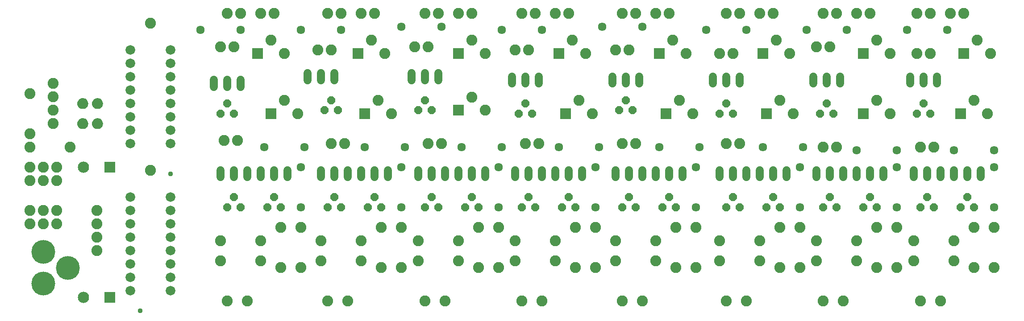
<source format=gbs>
G75*
%MOIN*%
%OFA0B0*%
%FSLAX25Y25*%
%IPPOS*%
%LPD*%
%AMOC8*
5,1,8,0,0,1.08239X$1,22.5*
%
%ADD10C,0.17800*%
%ADD11C,0.08400*%
%ADD12R,0.08400X0.08400*%
%ADD13C,0.00500*%
%ADD14C,0.08200*%
%ADD15C,0.07200*%
%ADD16C,0.06000*%
%ADD17OC8,0.06000*%
%ADD18C,0.06343*%
%ADD19R,0.08200X0.08200*%
%ADD20C,0.03778*%
D10*
X0021300Y0041615D03*
X0039804Y0053426D03*
X0021300Y0065237D03*
D11*
X0051457Y0031300D03*
X0051457Y0128800D03*
D12*
X0071143Y0128800D03*
X0071143Y0031300D03*
D13*
X0061800Y0157570D02*
X0062521Y0157633D01*
X0063215Y0157835D01*
X0063857Y0158169D01*
X0064421Y0158622D01*
X0064886Y0159176D01*
X0065234Y0159810D01*
X0065452Y0160500D01*
X0065530Y0161220D01*
X0065482Y0161880D01*
X0065320Y0162521D01*
X0065049Y0163125D01*
X0064678Y0163672D01*
X0064217Y0164147D01*
X0063680Y0164534D01*
X0063085Y0164822D01*
X0062448Y0165003D01*
X0061790Y0165070D01*
X0061132Y0165005D01*
X0060495Y0164826D01*
X0059899Y0164539D01*
X0059361Y0164153D01*
X0058899Y0163680D01*
X0058526Y0163134D01*
X0058254Y0162531D01*
X0058090Y0161890D01*
X0058041Y0161230D01*
X0058122Y0160507D01*
X0058342Y0159814D01*
X0058693Y0159177D01*
X0059162Y0158621D01*
X0059731Y0158167D01*
X0060377Y0157833D01*
X0061075Y0157631D01*
X0061800Y0157570D01*
X0063268Y0157862D02*
X0060320Y0157862D01*
X0059488Y0158361D02*
X0064096Y0158361D01*
X0064621Y0158859D02*
X0058961Y0158859D01*
X0058594Y0159358D02*
X0064986Y0159358D01*
X0065249Y0159856D02*
X0058328Y0159856D01*
X0058170Y0160355D02*
X0065406Y0160355D01*
X0065490Y0160853D02*
X0058083Y0160853D01*
X0058050Y0161352D02*
X0065521Y0161352D01*
X0065484Y0161850D02*
X0058087Y0161850D01*
X0058207Y0162349D02*
X0065364Y0162349D01*
X0065174Y0162847D02*
X0058397Y0162847D01*
X0058671Y0163346D02*
X0064899Y0163346D01*
X0064510Y0163844D02*
X0059060Y0163844D01*
X0059626Y0164343D02*
X0063945Y0164343D01*
X0063017Y0164841D02*
X0060551Y0164841D01*
X0054300Y0162521D02*
X0054462Y0161880D01*
X0054510Y0161220D01*
X0054432Y0160500D01*
X0054214Y0159810D01*
X0053866Y0159176D01*
X0053401Y0158622D01*
X0052837Y0158169D01*
X0052195Y0157835D01*
X0051501Y0157633D01*
X0050780Y0157570D01*
X0050055Y0157631D01*
X0049356Y0157833D01*
X0048710Y0158167D01*
X0048142Y0158621D01*
X0047673Y0159177D01*
X0047322Y0159814D01*
X0047101Y0160507D01*
X0047020Y0161230D01*
X0047070Y0161890D01*
X0047234Y0162531D01*
X0047506Y0163134D01*
X0047879Y0163680D01*
X0048341Y0164153D01*
X0048879Y0164539D01*
X0049475Y0164826D01*
X0050112Y0165005D01*
X0050770Y0165070D01*
X0051428Y0165003D01*
X0052065Y0164822D01*
X0052660Y0164534D01*
X0053197Y0164147D01*
X0053658Y0163672D01*
X0054029Y0163125D01*
X0054300Y0162521D01*
X0054344Y0162349D02*
X0047187Y0162349D01*
X0047067Y0161850D02*
X0054464Y0161850D01*
X0054501Y0161352D02*
X0047030Y0161352D01*
X0047063Y0160853D02*
X0054470Y0160853D01*
X0054386Y0160355D02*
X0047150Y0160355D01*
X0047308Y0159856D02*
X0054229Y0159856D01*
X0053966Y0159358D02*
X0047574Y0159358D01*
X0047941Y0158859D02*
X0053600Y0158859D01*
X0053076Y0158361D02*
X0048468Y0158361D01*
X0049300Y0157862D02*
X0052248Y0157862D01*
X0054154Y0162847D02*
X0047377Y0162847D01*
X0047651Y0163346D02*
X0053879Y0163346D01*
X0053490Y0163844D02*
X0048040Y0163844D01*
X0048605Y0164343D02*
X0052925Y0164343D01*
X0051997Y0164841D02*
X0049531Y0164841D01*
X0050055Y0172631D02*
X0049356Y0172833D01*
X0048710Y0173167D01*
X0048142Y0173621D01*
X0047673Y0174177D01*
X0047322Y0174814D01*
X0047101Y0175507D01*
X0047020Y0176230D01*
X0047070Y0176890D01*
X0047234Y0177531D01*
X0047506Y0178134D01*
X0047879Y0178680D01*
X0048341Y0179153D01*
X0048879Y0179539D01*
X0049475Y0179826D01*
X0050112Y0180005D01*
X0050770Y0180070D01*
X0051428Y0180003D01*
X0052065Y0179822D01*
X0052660Y0179534D01*
X0053197Y0179147D01*
X0053658Y0178672D01*
X0054029Y0178125D01*
X0054300Y0177521D01*
X0054462Y0176880D01*
X0054510Y0176220D01*
X0054432Y0175500D01*
X0054214Y0174810D01*
X0053866Y0174176D01*
X0053401Y0173622D01*
X0052837Y0173169D01*
X0052195Y0172835D01*
X0051501Y0172633D01*
X0050780Y0172570D01*
X0050055Y0172631D01*
X0049410Y0172818D02*
X0052136Y0172818D01*
X0053020Y0173316D02*
X0048524Y0173316D01*
X0047979Y0173815D02*
X0053563Y0173815D01*
X0053941Y0174313D02*
X0047598Y0174313D01*
X0047323Y0174812D02*
X0054215Y0174812D01*
X0054372Y0175310D02*
X0047164Y0175310D01*
X0047068Y0175809D02*
X0054465Y0175809D01*
X0054504Y0176307D02*
X0047026Y0176307D01*
X0047064Y0176806D02*
X0054468Y0176806D01*
X0054355Y0177304D02*
X0047176Y0177304D01*
X0047357Y0177803D02*
X0054174Y0177803D01*
X0053909Y0178301D02*
X0047621Y0178301D01*
X0047996Y0178800D02*
X0053534Y0178800D01*
X0052987Y0179298D02*
X0048543Y0179298D01*
X0049414Y0179797D02*
X0052118Y0179797D01*
X0058254Y0177531D02*
X0058526Y0178134D01*
X0058899Y0178680D01*
X0059361Y0179153D01*
X0059899Y0179539D01*
X0060495Y0179826D01*
X0061132Y0180005D01*
X0061790Y0180070D01*
X0062448Y0180003D01*
X0063085Y0179822D01*
X0063680Y0179534D01*
X0064217Y0179147D01*
X0064678Y0178672D01*
X0065049Y0178125D01*
X0065320Y0177521D01*
X0065482Y0176880D01*
X0065530Y0176220D01*
X0065452Y0175500D01*
X0065234Y0174810D01*
X0064886Y0174176D01*
X0064421Y0173622D01*
X0063857Y0173169D01*
X0063215Y0172835D01*
X0062521Y0172633D01*
X0061800Y0172570D01*
X0061075Y0172631D01*
X0060377Y0172833D01*
X0059731Y0173167D01*
X0059162Y0173621D01*
X0058693Y0174177D01*
X0058342Y0174814D01*
X0058122Y0175507D01*
X0058041Y0176230D01*
X0058090Y0176890D01*
X0058254Y0177531D01*
X0058196Y0177304D02*
X0065375Y0177304D01*
X0065488Y0176806D02*
X0058084Y0176806D01*
X0058046Y0176307D02*
X0065524Y0176307D01*
X0065485Y0175809D02*
X0058088Y0175809D01*
X0058184Y0175310D02*
X0065392Y0175310D01*
X0065235Y0174812D02*
X0058343Y0174812D01*
X0058618Y0174313D02*
X0064962Y0174313D01*
X0064583Y0173815D02*
X0058999Y0173815D01*
X0059544Y0173316D02*
X0064040Y0173316D01*
X0063156Y0172818D02*
X0060430Y0172818D01*
X0058377Y0177803D02*
X0065194Y0177803D01*
X0064930Y0178301D02*
X0058641Y0178301D01*
X0059016Y0178800D02*
X0064554Y0178800D01*
X0064007Y0179298D02*
X0059563Y0179298D01*
X0060435Y0179797D02*
X0063138Y0179797D01*
D14*
X0028800Y0181300D03*
X0011300Y0183800D03*
X0028800Y0191300D03*
X0028800Y0171300D03*
X0028800Y0161300D03*
X0011300Y0153800D03*
X0011300Y0143800D03*
X0041300Y0143800D03*
X0031300Y0128800D03*
X0021300Y0128800D03*
X0011300Y0128800D03*
X0011300Y0118800D03*
X0021300Y0118800D03*
X0031300Y0118800D03*
X0031300Y0096300D03*
X0021300Y0096300D03*
X0011300Y0096300D03*
X0011300Y0086300D03*
X0021300Y0086300D03*
X0031300Y0086300D03*
X0061300Y0086300D03*
X0061300Y0076300D03*
X0061300Y0066300D03*
X0061300Y0096300D03*
X0101300Y0126300D03*
X0156300Y0148800D03*
X0166300Y0148800D03*
X0211300Y0168741D03*
X0201300Y0178583D03*
X0271300Y0178583D03*
X0281300Y0168741D03*
X0341300Y0181083D03*
X0351300Y0171241D03*
X0421300Y0178583D03*
X0431300Y0168741D03*
X0453800Y0146300D03*
X0463800Y0146300D03*
X0506300Y0168741D03*
X0496300Y0178583D03*
X0571300Y0178583D03*
X0581300Y0168741D03*
X0643800Y0178583D03*
X0653800Y0168741D03*
X0716300Y0178583D03*
X0726300Y0168741D03*
X0686300Y0143800D03*
X0676300Y0143800D03*
X0613800Y0143800D03*
X0603800Y0143800D03*
X0541300Y0146300D03*
X0531300Y0146300D03*
X0391300Y0146300D03*
X0381300Y0146300D03*
X0318800Y0146300D03*
X0308800Y0146300D03*
X0246300Y0146300D03*
X0236300Y0146300D03*
X0213800Y0083800D03*
X0198800Y0083800D03*
X0183800Y0073800D03*
X0153800Y0073800D03*
X0153800Y0058800D03*
X0183800Y0058800D03*
X0198800Y0053800D03*
X0213800Y0053800D03*
X0228800Y0058800D03*
X0258800Y0058800D03*
X0273800Y0053800D03*
X0288800Y0053800D03*
X0301300Y0058800D03*
X0331300Y0058800D03*
X0346300Y0053800D03*
X0361300Y0053800D03*
X0373800Y0058800D03*
X0403800Y0058800D03*
X0418800Y0053800D03*
X0433800Y0053800D03*
X0448800Y0058800D03*
X0478800Y0058800D03*
X0493800Y0053800D03*
X0508800Y0053800D03*
X0526300Y0058800D03*
X0556300Y0058800D03*
X0571300Y0053800D03*
X0586300Y0053800D03*
X0598800Y0058800D03*
X0628800Y0058800D03*
X0643800Y0053800D03*
X0658800Y0053800D03*
X0671300Y0058800D03*
X0701300Y0058800D03*
X0716300Y0053800D03*
X0731300Y0053800D03*
X0701300Y0073800D03*
X0716300Y0083800D03*
X0731300Y0083800D03*
X0671300Y0073800D03*
X0658800Y0083800D03*
X0643800Y0083800D03*
X0628800Y0073800D03*
X0598800Y0073800D03*
X0586300Y0083800D03*
X0571300Y0083800D03*
X0556300Y0073800D03*
X0526300Y0073800D03*
X0508800Y0083800D03*
X0493800Y0083800D03*
X0478800Y0073800D03*
X0448800Y0073800D03*
X0433800Y0083800D03*
X0418800Y0083800D03*
X0403800Y0073800D03*
X0373800Y0073800D03*
X0361300Y0083800D03*
X0346300Y0083800D03*
X0331300Y0073800D03*
X0301300Y0073800D03*
X0288800Y0083800D03*
X0273800Y0083800D03*
X0258800Y0073800D03*
X0228800Y0073800D03*
X0233800Y0028800D03*
X0248800Y0028800D03*
X0306300Y0028800D03*
X0321300Y0028800D03*
X0378800Y0028800D03*
X0393800Y0028800D03*
X0453800Y0028800D03*
X0468800Y0028800D03*
X0531300Y0028800D03*
X0546300Y0028800D03*
X0603800Y0028800D03*
X0618800Y0028800D03*
X0676300Y0028800D03*
X0691300Y0028800D03*
X0173800Y0028800D03*
X0158800Y0028800D03*
X0201300Y0213741D03*
X0226300Y0216300D03*
X0236300Y0216300D03*
X0266300Y0223583D03*
X0276300Y0213741D03*
X0298800Y0218800D03*
X0308800Y0218800D03*
X0341300Y0223583D03*
X0351300Y0213741D03*
X0373800Y0216300D03*
X0383800Y0216300D03*
X0416300Y0223583D03*
X0426300Y0213741D03*
X0448800Y0216300D03*
X0458800Y0216300D03*
X0491300Y0223583D03*
X0501300Y0213741D03*
X0526300Y0213800D03*
X0536300Y0213800D03*
X0568800Y0223583D03*
X0578800Y0213741D03*
X0598800Y0218800D03*
X0608800Y0218800D03*
X0643800Y0223583D03*
X0653800Y0213741D03*
X0673800Y0213800D03*
X0683800Y0213800D03*
X0718800Y0223583D03*
X0728800Y0213741D03*
X0708800Y0243800D03*
X0698800Y0243800D03*
X0683800Y0243800D03*
X0673800Y0243800D03*
X0638800Y0243800D03*
X0628800Y0243800D03*
X0613800Y0243800D03*
X0603800Y0243800D03*
X0566300Y0243800D03*
X0556300Y0243800D03*
X0541300Y0243800D03*
X0531300Y0243800D03*
X0488800Y0243800D03*
X0478800Y0243800D03*
X0463800Y0243800D03*
X0453800Y0243800D03*
X0413800Y0243800D03*
X0403800Y0243800D03*
X0388800Y0243800D03*
X0378800Y0243800D03*
X0341300Y0243800D03*
X0331300Y0243800D03*
X0316300Y0243800D03*
X0306300Y0243800D03*
X0268800Y0243800D03*
X0258800Y0243800D03*
X0243800Y0243800D03*
X0233800Y0243800D03*
X0193800Y0243800D03*
X0183800Y0243800D03*
X0168800Y0243800D03*
X0158800Y0243800D03*
X0191300Y0223583D03*
X0163800Y0218800D03*
X0153800Y0218800D03*
X0101300Y0236300D03*
D15*
X0086300Y0216300D03*
X0086300Y0206300D03*
X0086300Y0196300D03*
X0086300Y0186300D03*
X0086300Y0176300D03*
X0086300Y0166300D03*
X0086300Y0156300D03*
X0086300Y0146300D03*
X0116300Y0146300D03*
X0116300Y0156300D03*
X0116300Y0166300D03*
X0116300Y0176300D03*
X0116300Y0186300D03*
X0116300Y0196300D03*
X0116300Y0206300D03*
X0116300Y0216300D03*
X0116300Y0106300D03*
X0116300Y0096300D03*
X0116300Y0086300D03*
X0116300Y0076300D03*
X0116300Y0066300D03*
X0116300Y0056300D03*
X0116300Y0046300D03*
X0116300Y0036300D03*
X0086300Y0036300D03*
X0086300Y0046300D03*
X0086300Y0056300D03*
X0086300Y0066300D03*
X0086300Y0076300D03*
X0086300Y0086300D03*
X0086300Y0096300D03*
X0086300Y0106300D03*
D16*
X0153800Y0121200D02*
X0153800Y0126400D01*
X0163800Y0126400D02*
X0163800Y0121200D01*
X0173800Y0121200D02*
X0173800Y0126400D01*
X0183800Y0126400D02*
X0183800Y0121200D01*
X0193800Y0121200D02*
X0193800Y0126400D01*
X0203800Y0126400D02*
X0203800Y0121200D01*
X0228800Y0121200D02*
X0228800Y0126400D01*
X0238800Y0126400D02*
X0238800Y0121200D01*
X0248800Y0121200D02*
X0248800Y0126400D01*
X0258800Y0126400D02*
X0258800Y0121200D01*
X0268800Y0121200D02*
X0268800Y0126400D01*
X0278800Y0126400D02*
X0278800Y0121200D01*
X0301300Y0121200D02*
X0301300Y0126400D01*
X0311300Y0126400D02*
X0311300Y0121200D01*
X0321300Y0121200D02*
X0321300Y0126400D01*
X0331300Y0126400D02*
X0331300Y0121200D01*
X0341300Y0121200D02*
X0341300Y0126400D01*
X0351300Y0126400D02*
X0351300Y0121200D01*
X0373800Y0121200D02*
X0373800Y0126400D01*
X0383800Y0126400D02*
X0383800Y0121200D01*
X0393800Y0121200D02*
X0393800Y0126400D01*
X0403800Y0126400D02*
X0403800Y0121200D01*
X0413800Y0121200D02*
X0413800Y0126400D01*
X0423800Y0126400D02*
X0423800Y0121200D01*
X0448800Y0121200D02*
X0448800Y0126400D01*
X0458800Y0126400D02*
X0458800Y0121200D01*
X0468800Y0121200D02*
X0468800Y0126400D01*
X0478800Y0126400D02*
X0478800Y0121200D01*
X0488800Y0121200D02*
X0488800Y0126400D01*
X0498800Y0126400D02*
X0498800Y0121200D01*
X0526300Y0121200D02*
X0526300Y0126400D01*
X0536300Y0126400D02*
X0536300Y0121200D01*
X0546300Y0121200D02*
X0546300Y0126400D01*
X0556300Y0126400D02*
X0556300Y0121200D01*
X0566300Y0121200D02*
X0566300Y0126400D01*
X0576300Y0126400D02*
X0576300Y0121200D01*
X0598800Y0121200D02*
X0598800Y0126400D01*
X0608800Y0126400D02*
X0608800Y0121200D01*
X0618800Y0121200D02*
X0618800Y0126400D01*
X0628800Y0126400D02*
X0628800Y0121200D01*
X0638800Y0121200D02*
X0638800Y0126400D01*
X0648800Y0126400D02*
X0648800Y0121200D01*
X0671300Y0121200D02*
X0671300Y0126400D01*
X0681300Y0126400D02*
X0681300Y0121200D01*
X0691300Y0121200D02*
X0691300Y0126400D01*
X0701300Y0126400D02*
X0701300Y0121200D01*
X0711300Y0121200D02*
X0711300Y0126400D01*
X0721300Y0126400D02*
X0721300Y0121200D01*
X0688800Y0191200D02*
X0688800Y0196400D01*
X0678800Y0196400D02*
X0678800Y0191200D01*
X0668800Y0191200D02*
X0668800Y0196400D01*
X0616300Y0196400D02*
X0616300Y0191200D01*
X0606300Y0191200D02*
X0606300Y0196400D01*
X0596300Y0196400D02*
X0596300Y0191200D01*
X0541300Y0191200D02*
X0541300Y0196400D01*
X0531300Y0196400D02*
X0531300Y0191200D01*
X0521300Y0191200D02*
X0521300Y0196400D01*
X0466300Y0196400D02*
X0466300Y0191200D01*
X0456300Y0191200D02*
X0456300Y0196400D01*
X0446300Y0196400D02*
X0446300Y0191200D01*
X0391300Y0191200D02*
X0391300Y0196400D01*
X0381300Y0196400D02*
X0381300Y0191200D01*
X0371300Y0191200D02*
X0371300Y0196400D01*
X0316300Y0198900D02*
X0316300Y0193700D01*
X0306300Y0193700D02*
X0306300Y0198900D01*
X0296300Y0198900D02*
X0296300Y0193700D01*
X0238800Y0193700D02*
X0238800Y0198900D01*
X0228800Y0198900D02*
X0228800Y0193700D01*
X0218800Y0193700D02*
X0218800Y0198900D01*
X0168800Y0193900D02*
X0168800Y0188700D01*
X0158800Y0188700D02*
X0158800Y0193900D01*
X0148800Y0193900D02*
X0148800Y0188700D01*
D17*
X0158800Y0176300D03*
X0153800Y0168800D03*
X0163800Y0168800D03*
X0231300Y0171300D03*
X0241300Y0171300D03*
X0236300Y0178800D03*
X0301300Y0171300D03*
X0311300Y0171300D03*
X0306300Y0178800D03*
X0376300Y0168800D03*
X0386300Y0168800D03*
X0381300Y0176300D03*
X0451300Y0171300D03*
X0461300Y0171300D03*
X0456300Y0178800D03*
X0526300Y0168800D03*
X0536300Y0168800D03*
X0531300Y0176300D03*
X0601300Y0168800D03*
X0611300Y0168800D03*
X0606300Y0176300D03*
X0673800Y0168800D03*
X0683800Y0168800D03*
X0678800Y0176300D03*
X0681300Y0106300D03*
X0676300Y0098800D03*
X0686300Y0098800D03*
X0706300Y0098800D03*
X0716300Y0098800D03*
X0711300Y0106300D03*
X0643800Y0098800D03*
X0633800Y0098800D03*
X0638800Y0106300D03*
X0613800Y0098800D03*
X0603800Y0098800D03*
X0608800Y0106300D03*
X0571300Y0098800D03*
X0561300Y0098800D03*
X0566300Y0106300D03*
X0541300Y0098800D03*
X0531300Y0098800D03*
X0536300Y0106300D03*
X0493800Y0098800D03*
X0483800Y0098800D03*
X0463800Y0098800D03*
X0453800Y0098800D03*
X0458800Y0106300D03*
X0488800Y0106300D03*
X0418800Y0098800D03*
X0408800Y0098800D03*
X0388800Y0098800D03*
X0378800Y0098800D03*
X0383800Y0106300D03*
X0413800Y0106300D03*
X0346300Y0098800D03*
X0336300Y0098800D03*
X0341300Y0106300D03*
X0316300Y0098800D03*
X0306300Y0098800D03*
X0311300Y0106300D03*
X0273800Y0098800D03*
X0263800Y0098800D03*
X0268800Y0106300D03*
X0243800Y0098800D03*
X0233800Y0098800D03*
X0238800Y0106300D03*
X0198800Y0098800D03*
X0188800Y0098800D03*
X0193800Y0106300D03*
X0168800Y0098800D03*
X0158800Y0098800D03*
X0163800Y0106300D03*
D18*
X0213800Y0098800D03*
X0288800Y0098800D03*
X0361300Y0098800D03*
X0433800Y0098800D03*
X0508800Y0098800D03*
X0586300Y0098800D03*
X0658800Y0098800D03*
X0731300Y0098800D03*
X0731300Y0128800D03*
X0731300Y0141300D03*
X0701300Y0141300D03*
X0658800Y0141300D03*
X0628800Y0141300D03*
X0658800Y0128800D03*
X0588800Y0143800D03*
X0558800Y0143800D03*
X0586300Y0128800D03*
X0511300Y0143800D03*
X0481300Y0143800D03*
X0508800Y0128800D03*
X0436300Y0143800D03*
X0406300Y0143800D03*
X0433800Y0128800D03*
X0363800Y0143800D03*
X0333800Y0143800D03*
X0291300Y0143800D03*
X0261300Y0143800D03*
X0288800Y0128800D03*
X0216300Y0143800D03*
X0186300Y0143800D03*
X0213800Y0128800D03*
X0361300Y0128800D03*
X0363800Y0231300D03*
X0393800Y0231300D03*
X0438800Y0233800D03*
X0468800Y0233800D03*
X0516300Y0231300D03*
X0546300Y0231300D03*
X0591300Y0231300D03*
X0621300Y0231300D03*
X0666300Y0231300D03*
X0696300Y0231300D03*
X0318800Y0233800D03*
X0288800Y0233800D03*
X0243800Y0231300D03*
X0213800Y0231300D03*
X0168800Y0231300D03*
X0138800Y0231300D03*
D19*
X0181300Y0213741D03*
X0256300Y0213741D03*
X0331300Y0213741D03*
X0406300Y0213741D03*
X0481300Y0213741D03*
X0558800Y0213741D03*
X0633800Y0213741D03*
X0708800Y0213741D03*
X0706300Y0168741D03*
X0633800Y0168741D03*
X0561300Y0168741D03*
X0486300Y0168741D03*
X0411300Y0168741D03*
X0331300Y0171241D03*
X0261300Y0168741D03*
X0191300Y0168741D03*
D20*
X0116300Y0123800D03*
X0093800Y0021300D03*
M02*

</source>
